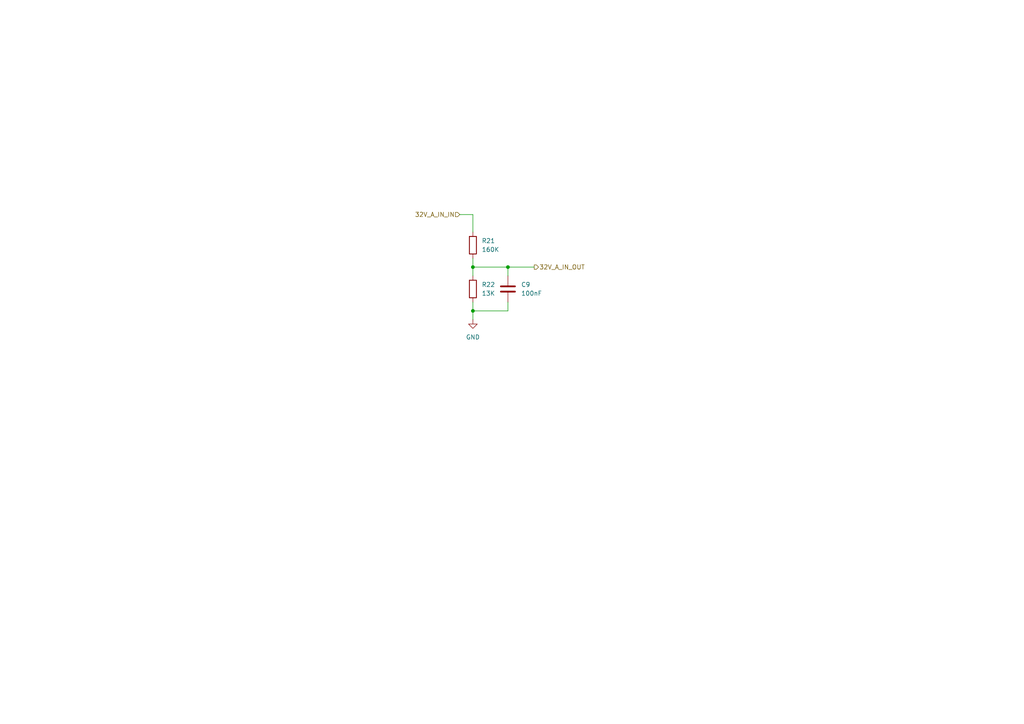
<source format=kicad_sch>
(kicad_sch (version 20250114) (generator "eeschema") (generator_version "9.0")
  (paper "A4")
  (lib_symbols
    (symbol "Device:C" (pin_numbers (hide yes)) (pin_names (offset 0.254))
      (property "Reference" "C" (at 0.635 2.54 0))
      (property "Value" "C" (at 0.635 -2.54 0))
      (symbol "C_0_1"
        (polyline (pts (xy -2.032 0.762) (xy 2.032 0.762)) (stroke (width 0.508)))
        (polyline (pts (xy -2.032 -0.762) (xy 2.032 -0.762)) (stroke (width 0.508)))
      )
      (symbol "C_1_1"
        (pin passive line (at 0 3.81 270) (length 2.794) (name "~") (number "1"))
        (pin passive line (at 0 -3.81 90) (length 2.794) (name "~") (number "2"))
      )
    )
    (symbol "Device:R" (pin_numbers (hide yes)) (pin_names (offset 0))
      (property "Reference" "R" (at 2.032 0 90))
      (property "Value" "R" (at 0 0 90))
      (symbol "R_0_1"
        (rectangle (start -1.016 -2.54) (end 1.016 2.54) (stroke (width 0.254)))
      )
      (symbol "R_1_1"
        (pin passive line (at 0 3.81 270) (length 1.27) (name "~") (number "1"))
        (pin passive line (at 0 -3.81 90) (length 1.27) (name "~") (number "2"))
      )
    )
    (symbol "power:GND" (power) (pin_numbers (hide yes)) (pin_names (offset 0) (hide yes))
      (property "Value" "GND" (at 0 -3.81 0))
      (symbol "GND_0_1"
        (polyline (pts (xy 0 0) (xy 0 -1.27) (xy 1.27 -1.27) (xy 0 -2.54) (xy -1.27 -1.27) (xy 0 -1.27)))
      )
      (symbol "GND_1_1"
        (pin power_in line (at 0 0 270) (length 0) (name "~") (number "1"))
      )
    )
  )
  (junction (at 147.32 77.47))
  (junction (at 137.16 90.17))
  (junction (at 137.16 77.47))
  (wire (pts (xy 137.16 87.63) (xy 137.16 90.17)))
  (wire (pts (xy 137.16 62.23) (xy 137.16 67.31)))
  (wire (pts (xy 147.32 90.17) (xy 137.16 90.17)))
  (wire (pts (xy 147.32 77.47) (xy 137.16 77.47)))
  (wire (pts (xy 137.16 90.17) (xy 137.16 92.71)))
  (wire (pts (xy 147.32 77.47) (xy 154.94 77.47)))
  (wire (pts (xy 137.16 77.47) (xy 137.16 80.01)))
  (wire (pts (xy 147.32 87.63) (xy 147.32 90.17)))
  (wire (pts (xy 137.16 74.93) (xy 137.16 77.47)))
  (wire (pts (xy 133.35 62.23) (xy 137.16 62.23)))
  (wire (pts (xy 147.32 80.01) (xy 147.32 77.47)))
  (hierarchical_label "32V_A_IN_IN" (shape input) (at 133.35 62.23 180))
  (hierarchical_label "32V_A_IN_OUT" (shape output) (at 154.94 77.47 0))
  (symbol (lib_id "Device:R") (at 137.16 83.82 0) (unit 1)
    (property "Reference" "R22" (at 139.7 82.5499 0) (effects (justify left)))
    (property "Value" "13K" (at 139.7 85.0899 0) (effects (justify left)))
    (property "Description" "Resistor" (effects (hide yes)))
  )
  (symbol (lib_id "power:GND") (at 137.16 92.71 0) (unit 1)
    (property "Reference" "#PWR026" (effects (hide yes)))
    (property "Value" "GND" (at 137.16 97.79 0))
    (property "Description" "Power symbol creates a global label with name \"GND\" , ground" (effects (hide yes)))
  )
  (symbol (lib_id "Device:R") (at 137.16 71.12 0) (unit 1)
    (property "Reference" "R21" (at 139.7 69.8499 0) (effects (justify left)))
    (property "Value" "160K" (at 139.7 72.3899 0) (effects (justify left)))
    (property "Description" "Resistor" (effects (hide yes)))
  )
  (symbol (lib_id "Device:C") (at 147.32 83.82 0) (unit 1)
    (property "Reference" "C9" (at 151.13 82.5499 0) (effects (justify left)))
    (property "Value" "100nF" (at 151.13 85.0899 0) (effects (justify left)))
    (property "Description" "Unpolarized capacitor" (effects (hide yes)))
  )
)
</source>
